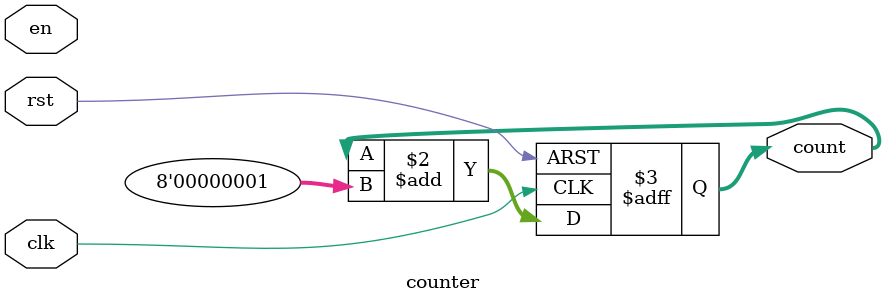
<source format=sv>
module counter #(
    parameter WIDTH = 8
) (
    input logic     clk,
    input logic     rst,
    input logic     en,
    output logic [WIDTH-1:0] count
);

always_ff @ (posedge clk or posedge rst)
    if (rst)  count <= {WIDTH{1'b0}};      // Reset the counter to 0
    else count <= count + { {(WIDTH-1){1'b0}}, 1'b1 }; // Correct replication and concatenation

endmodule

</source>
